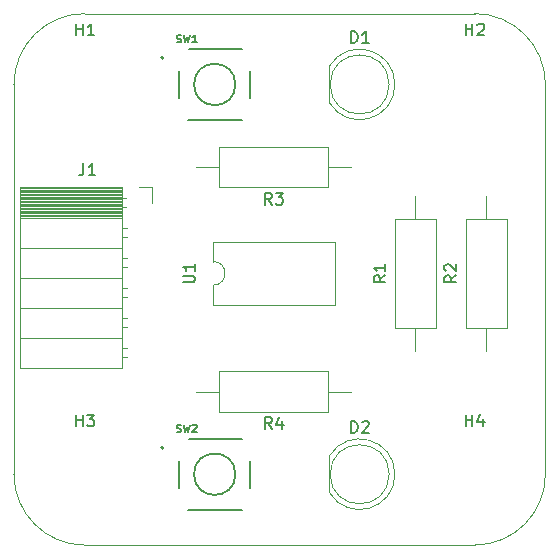
<source format=gbr>
%TF.GenerationSoftware,KiCad,Pcbnew,(6.0.6)*%
%TF.CreationDate,2022-11-01T15:20:43-07:00*%
%TF.ProjectId,PIC10F200 PCB,50494331-3046-4323-9030-205043422e6b,rev?*%
%TF.SameCoordinates,Original*%
%TF.FileFunction,Legend,Top*%
%TF.FilePolarity,Positive*%
%FSLAX46Y46*%
G04 Gerber Fmt 4.6, Leading zero omitted, Abs format (unit mm)*
G04 Created by KiCad (PCBNEW (6.0.6)) date 2022-11-01 15:20:43*
%MOMM*%
%LPD*%
G01*
G04 APERTURE LIST*
%TA.AperFunction,Profile*%
%ADD10C,0.100000*%
%TD*%
%ADD11C,0.150000*%
%ADD12C,0.127000*%
%ADD13C,0.200000*%
%ADD14C,0.120000*%
G04 APERTURE END LIST*
D10*
X111000000Y-111000000D02*
G75*
G03*
X117000000Y-117000000I6000000J0D01*
G01*
X156000000Y-78000000D02*
G75*
G03*
X150000000Y-72000000I-6000000J0D01*
G01*
X150000000Y-117000000D02*
X117000000Y-117000000D01*
X150000000Y-117000000D02*
G75*
G03*
X156000000Y-111000000I0J6000000D01*
G01*
X117000000Y-72000000D02*
G75*
G03*
X111000000Y-78000000I0J-6000000D01*
G01*
X117000000Y-72000000D02*
X150000000Y-72000000D01*
X111000000Y-111000000D02*
X111000000Y-78000000D01*
X156000000Y-78000000D02*
X156000000Y-111000000D01*
D11*
%TO.C,SW1*%
X124796442Y-74410862D02*
X124886534Y-74440892D01*
X125036687Y-74440892D01*
X125096748Y-74410862D01*
X125126779Y-74380831D01*
X125156810Y-74320770D01*
X125156810Y-74260709D01*
X125126779Y-74200647D01*
X125096748Y-74170617D01*
X125036687Y-74140586D01*
X124916565Y-74110556D01*
X124856503Y-74080525D01*
X124826473Y-74050494D01*
X124796442Y-73990433D01*
X124796442Y-73930372D01*
X124826473Y-73870311D01*
X124856503Y-73840280D01*
X124916565Y-73810249D01*
X125066718Y-73810249D01*
X125156810Y-73840280D01*
X125367024Y-73810249D02*
X125517177Y-74440892D01*
X125637300Y-73990433D01*
X125757422Y-74440892D01*
X125907575Y-73810249D01*
X126478157Y-74440892D02*
X126117789Y-74440892D01*
X126297973Y-74440892D02*
X126297973Y-73810249D01*
X126237912Y-73900341D01*
X126177851Y-73960402D01*
X126117789Y-73990433D01*
%TO.C,H3*%
X116238095Y-106952380D02*
X116238095Y-105952380D01*
X116238095Y-106428571D02*
X116809523Y-106428571D01*
X116809523Y-106952380D02*
X116809523Y-105952380D01*
X117190476Y-105952380D02*
X117809523Y-105952380D01*
X117476190Y-106333333D01*
X117619047Y-106333333D01*
X117714285Y-106380952D01*
X117761904Y-106428571D01*
X117809523Y-106523809D01*
X117809523Y-106761904D01*
X117761904Y-106857142D01*
X117714285Y-106904761D01*
X117619047Y-106952380D01*
X117333333Y-106952380D01*
X117238095Y-106904761D01*
X117190476Y-106857142D01*
%TO.C,SW2*%
X124796442Y-107410862D02*
X124886534Y-107440892D01*
X125036687Y-107440892D01*
X125096748Y-107410862D01*
X125126779Y-107380831D01*
X125156810Y-107320770D01*
X125156810Y-107260709D01*
X125126779Y-107200647D01*
X125096748Y-107170617D01*
X125036687Y-107140586D01*
X124916565Y-107110556D01*
X124856503Y-107080525D01*
X124826473Y-107050494D01*
X124796442Y-106990433D01*
X124796442Y-106930372D01*
X124826473Y-106870311D01*
X124856503Y-106840280D01*
X124916565Y-106810249D01*
X125066718Y-106810249D01*
X125156810Y-106840280D01*
X125367024Y-106810249D02*
X125517177Y-107440892D01*
X125637300Y-106990433D01*
X125757422Y-107440892D01*
X125907575Y-106810249D01*
X126117789Y-106870311D02*
X126147820Y-106840280D01*
X126207881Y-106810249D01*
X126358034Y-106810249D01*
X126418096Y-106840280D01*
X126448126Y-106870311D01*
X126478157Y-106930372D01*
X126478157Y-106990433D01*
X126448126Y-107080525D01*
X126087759Y-107440892D01*
X126478157Y-107440892D01*
%TO.C,U1*%
X125322380Y-94751904D02*
X126131904Y-94751904D01*
X126227142Y-94704285D01*
X126274761Y-94656666D01*
X126322380Y-94561428D01*
X126322380Y-94370952D01*
X126274761Y-94275714D01*
X126227142Y-94228095D01*
X126131904Y-94180476D01*
X125322380Y-94180476D01*
X126322380Y-93180476D02*
X126322380Y-93751904D01*
X126322380Y-93466190D02*
X125322380Y-93466190D01*
X125465238Y-93561428D01*
X125560476Y-93656666D01*
X125608095Y-93751904D01*
%TO.C,R1*%
X142452380Y-94166666D02*
X141976190Y-94500000D01*
X142452380Y-94738095D02*
X141452380Y-94738095D01*
X141452380Y-94357142D01*
X141500000Y-94261904D01*
X141547619Y-94214285D01*
X141642857Y-94166666D01*
X141785714Y-94166666D01*
X141880952Y-94214285D01*
X141928571Y-94261904D01*
X141976190Y-94357142D01*
X141976190Y-94738095D01*
X142452380Y-93214285D02*
X142452380Y-93785714D01*
X142452380Y-93500000D02*
X141452380Y-93500000D01*
X141595238Y-93595238D01*
X141690476Y-93690476D01*
X141738095Y-93785714D01*
%TO.C,R4*%
X132833333Y-107172380D02*
X132500000Y-106696190D01*
X132261904Y-107172380D02*
X132261904Y-106172380D01*
X132642857Y-106172380D01*
X132738095Y-106220000D01*
X132785714Y-106267619D01*
X132833333Y-106362857D01*
X132833333Y-106505714D01*
X132785714Y-106600952D01*
X132738095Y-106648571D01*
X132642857Y-106696190D01*
X132261904Y-106696190D01*
X133690476Y-106505714D02*
X133690476Y-107172380D01*
X133452380Y-106124761D02*
X133214285Y-106839047D01*
X133833333Y-106839047D01*
%TO.C,H1*%
X116238095Y-73852380D02*
X116238095Y-72852380D01*
X116238095Y-73328571D02*
X116809523Y-73328571D01*
X116809523Y-73852380D02*
X116809523Y-72852380D01*
X117809523Y-73852380D02*
X117238095Y-73852380D01*
X117523809Y-73852380D02*
X117523809Y-72852380D01*
X117428571Y-72995238D01*
X117333333Y-73090476D01*
X117238095Y-73138095D01*
%TO.C,R3*%
X132833333Y-88172380D02*
X132500000Y-87696190D01*
X132261904Y-88172380D02*
X132261904Y-87172380D01*
X132642857Y-87172380D01*
X132738095Y-87220000D01*
X132785714Y-87267619D01*
X132833333Y-87362857D01*
X132833333Y-87505714D01*
X132785714Y-87600952D01*
X132738095Y-87648571D01*
X132642857Y-87696190D01*
X132261904Y-87696190D01*
X133166666Y-87172380D02*
X133785714Y-87172380D01*
X133452380Y-87553333D01*
X133595238Y-87553333D01*
X133690476Y-87600952D01*
X133738095Y-87648571D01*
X133785714Y-87743809D01*
X133785714Y-87981904D01*
X133738095Y-88077142D01*
X133690476Y-88124761D01*
X133595238Y-88172380D01*
X133309523Y-88172380D01*
X133214285Y-88124761D01*
X133166666Y-88077142D01*
%TO.C,D1*%
X139531904Y-74492380D02*
X139531904Y-73492380D01*
X139770000Y-73492380D01*
X139912857Y-73540000D01*
X140008095Y-73635238D01*
X140055714Y-73730476D01*
X140103333Y-73920952D01*
X140103333Y-74063809D01*
X140055714Y-74254285D01*
X140008095Y-74349523D01*
X139912857Y-74444761D01*
X139770000Y-74492380D01*
X139531904Y-74492380D01*
X141055714Y-74492380D02*
X140484285Y-74492380D01*
X140770000Y-74492380D02*
X140770000Y-73492380D01*
X140674761Y-73635238D01*
X140579523Y-73730476D01*
X140484285Y-73778095D01*
%TO.C,J1*%
X116886666Y-84682380D02*
X116886666Y-85396666D01*
X116839047Y-85539523D01*
X116743809Y-85634761D01*
X116600952Y-85682380D01*
X116505714Y-85682380D01*
X117886666Y-85682380D02*
X117315238Y-85682380D01*
X117600952Y-85682380D02*
X117600952Y-84682380D01*
X117505714Y-84825238D01*
X117410476Y-84920476D01*
X117315238Y-84968095D01*
%TO.C,H4*%
X149238095Y-106952380D02*
X149238095Y-105952380D01*
X149238095Y-106428571D02*
X149809523Y-106428571D01*
X149809523Y-106952380D02*
X149809523Y-105952380D01*
X150714285Y-106285714D02*
X150714285Y-106952380D01*
X150476190Y-105904761D02*
X150238095Y-106619047D01*
X150857142Y-106619047D01*
%TO.C,H2*%
X149238095Y-73852380D02*
X149238095Y-72852380D01*
X149238095Y-73328571D02*
X149809523Y-73328571D01*
X149809523Y-73852380D02*
X149809523Y-72852380D01*
X150238095Y-72947619D02*
X150285714Y-72900000D01*
X150380952Y-72852380D01*
X150619047Y-72852380D01*
X150714285Y-72900000D01*
X150761904Y-72947619D01*
X150809523Y-73042857D01*
X150809523Y-73138095D01*
X150761904Y-73280952D01*
X150190476Y-73852380D01*
X150809523Y-73852380D01*
%TO.C,D2*%
X139531904Y-107492380D02*
X139531904Y-106492380D01*
X139770000Y-106492380D01*
X139912857Y-106540000D01*
X140008095Y-106635238D01*
X140055714Y-106730476D01*
X140103333Y-106920952D01*
X140103333Y-107063809D01*
X140055714Y-107254285D01*
X140008095Y-107349523D01*
X139912857Y-107444761D01*
X139770000Y-107492380D01*
X139531904Y-107492380D01*
X140484285Y-106587619D02*
X140531904Y-106540000D01*
X140627142Y-106492380D01*
X140865238Y-106492380D01*
X140960476Y-106540000D01*
X141008095Y-106587619D01*
X141055714Y-106682857D01*
X141055714Y-106778095D01*
X141008095Y-106920952D01*
X140436666Y-107492380D01*
X141055714Y-107492380D01*
%TO.C,R2*%
X148452380Y-94166666D02*
X147976190Y-94500000D01*
X148452380Y-94738095D02*
X147452380Y-94738095D01*
X147452380Y-94357142D01*
X147500000Y-94261904D01*
X147547619Y-94214285D01*
X147642857Y-94166666D01*
X147785714Y-94166666D01*
X147880952Y-94214285D01*
X147928571Y-94261904D01*
X147976190Y-94357142D01*
X147976190Y-94738095D01*
X147547619Y-93785714D02*
X147500000Y-93738095D01*
X147452380Y-93642857D01*
X147452380Y-93404761D01*
X147500000Y-93309523D01*
X147547619Y-93261904D01*
X147642857Y-93214285D01*
X147738095Y-93214285D01*
X147880952Y-93261904D01*
X148452380Y-93833333D01*
X148452380Y-93214285D01*
D12*
%TO.C,SW1*%
X130300000Y-80995000D02*
X125700000Y-80995000D01*
X131000000Y-76850000D02*
X131000000Y-79150000D01*
X125800000Y-75005000D02*
X130300000Y-75005000D01*
X125005000Y-76850000D02*
X125005000Y-79150000D01*
X129755000Y-78000000D02*
G75*
G03*
X129755000Y-78000000I-1755000J0D01*
G01*
D13*
X123655000Y-75750000D02*
G75*
G03*
X123655000Y-75750000I-100000J0D01*
G01*
D12*
%TO.C,SW2*%
X125800000Y-108005000D02*
X130300000Y-108005000D01*
X125005000Y-109850000D02*
X125005000Y-112150000D01*
X130300000Y-113995000D02*
X125700000Y-113995000D01*
X131000000Y-109850000D02*
X131000000Y-112150000D01*
D13*
X123655000Y-108750000D02*
G75*
G03*
X123655000Y-108750000I-100000J0D01*
G01*
D12*
X129755000Y-111000000D02*
G75*
G03*
X129755000Y-111000000I-1755000J0D01*
G01*
D14*
%TO.C,U1*%
X127870000Y-91340000D02*
X127870000Y-92990000D01*
X127870000Y-94990000D02*
X127870000Y-96640000D01*
X127870000Y-96640000D02*
X138150000Y-96640000D01*
X138150000Y-96640000D02*
X138150000Y-91340000D01*
X138150000Y-91340000D02*
X127870000Y-91340000D01*
X127870000Y-94990000D02*
G75*
G03*
X127870000Y-92990000I0J1000000D01*
G01*
%TO.C,R1*%
X146720000Y-98620000D02*
X146720000Y-89380000D01*
X146720000Y-89380000D02*
X143280000Y-89380000D01*
X145000000Y-100580000D02*
X145000000Y-98620000D01*
X145000000Y-87420000D02*
X145000000Y-89380000D01*
X143280000Y-98620000D02*
X146720000Y-98620000D01*
X143280000Y-89380000D02*
X143280000Y-98620000D01*
%TO.C,R4*%
X137620000Y-102280000D02*
X128380000Y-102280000D01*
X128380000Y-102280000D02*
X128380000Y-105720000D01*
X128380000Y-105720000D02*
X137620000Y-105720000D01*
X139580000Y-104000000D02*
X137620000Y-104000000D01*
X137620000Y-105720000D02*
X137620000Y-102280000D01*
X126420000Y-104000000D02*
X128380000Y-104000000D01*
%TO.C,R3*%
X139580000Y-85000000D02*
X137620000Y-85000000D01*
X126420000Y-85000000D02*
X128380000Y-85000000D01*
X128380000Y-83280000D02*
X128380000Y-86720000D01*
X137620000Y-86720000D02*
X137620000Y-83280000D01*
X137620000Y-83280000D02*
X128380000Y-83280000D01*
X128380000Y-86720000D02*
X137620000Y-86720000D01*
%TO.C,D1*%
X137710000Y-76455000D02*
X137710000Y-79545000D01*
X143260000Y-78000462D02*
G75*
G03*
X137710000Y-76455170I-2990000J462D01*
G01*
X137710000Y-79544830D02*
G75*
G03*
X143260000Y-77999538I2560000J1544830D01*
G01*
X142770000Y-78000000D02*
G75*
G03*
X142770000Y-78000000I-2500000J0D01*
G01*
%TO.C,J1*%
X111510000Y-94350000D02*
X120140000Y-94350000D01*
X111510000Y-87380475D02*
X120140000Y-87380475D01*
X120140000Y-87640000D02*
X120490000Y-87640000D01*
X111510000Y-87970950D02*
X120140000Y-87970950D01*
X120140000Y-101060000D02*
X120550000Y-101060000D01*
X111510000Y-87144285D02*
X120140000Y-87144285D01*
X111510000Y-88915710D02*
X120140000Y-88915710D01*
X120140000Y-98520000D02*
X120550000Y-98520000D01*
X120140000Y-95980000D02*
X120550000Y-95980000D01*
X111510000Y-102030000D02*
X120140000Y-102030000D01*
X111510000Y-88207140D02*
X120140000Y-88207140D01*
X120140000Y-100340000D02*
X120550000Y-100340000D01*
X121600000Y-86670000D02*
X122710000Y-86670000D01*
X111510000Y-91810000D02*
X120140000Y-91810000D01*
X111510000Y-86670000D02*
X111510000Y-102030000D01*
X120140000Y-90900000D02*
X120550000Y-90900000D01*
X120140000Y-95260000D02*
X120550000Y-95260000D01*
X111510000Y-89151900D02*
X120140000Y-89151900D01*
X111510000Y-89033805D02*
X120140000Y-89033805D01*
X111510000Y-89270000D02*
X120140000Y-89270000D01*
X111510000Y-87026190D02*
X120140000Y-87026190D01*
X111510000Y-87734760D02*
X120140000Y-87734760D01*
X122710000Y-86670000D02*
X122710000Y-88000000D01*
X120140000Y-92720000D02*
X120550000Y-92720000D01*
X111510000Y-88561425D02*
X120140000Y-88561425D01*
X111510000Y-86908095D02*
X120140000Y-86908095D01*
X111510000Y-87616665D02*
X120140000Y-87616665D01*
X111510000Y-88679520D02*
X120140000Y-88679520D01*
X111510000Y-87262380D02*
X120140000Y-87262380D01*
X111510000Y-99430000D02*
X120140000Y-99430000D01*
X120140000Y-90180000D02*
X120550000Y-90180000D01*
X120140000Y-88360000D02*
X120490000Y-88360000D01*
X111510000Y-87498570D02*
X120140000Y-87498570D01*
X120140000Y-97800000D02*
X120550000Y-97800000D01*
X111510000Y-86670000D02*
X120140000Y-86670000D01*
X111510000Y-87852855D02*
X120140000Y-87852855D01*
X111510000Y-88443330D02*
X120140000Y-88443330D01*
X111510000Y-88325235D02*
X120140000Y-88325235D01*
X120140000Y-93440000D02*
X120550000Y-93440000D01*
X111510000Y-96890000D02*
X120140000Y-96890000D01*
X120140000Y-86670000D02*
X120140000Y-102030000D01*
X111510000Y-88089045D02*
X120140000Y-88089045D01*
X111510000Y-88797615D02*
X120140000Y-88797615D01*
X111510000Y-86790000D02*
X120140000Y-86790000D01*
%TO.C,D2*%
X137710000Y-109455000D02*
X137710000Y-112545000D01*
X143260000Y-111000462D02*
G75*
G03*
X137710000Y-109455170I-2990000J462D01*
G01*
X137710000Y-112544830D02*
G75*
G03*
X143260000Y-110999538I2560000J1544830D01*
G01*
X142770000Y-111000000D02*
G75*
G03*
X142770000Y-111000000I-2500000J0D01*
G01*
%TO.C,R2*%
X152720000Y-89380000D02*
X149280000Y-89380000D01*
X149280000Y-98620000D02*
X152720000Y-98620000D01*
X152720000Y-98620000D02*
X152720000Y-89380000D01*
X149280000Y-89380000D02*
X149280000Y-98620000D01*
X151000000Y-100580000D02*
X151000000Y-98620000D01*
X151000000Y-87420000D02*
X151000000Y-89380000D01*
%TD*%
M02*

</source>
